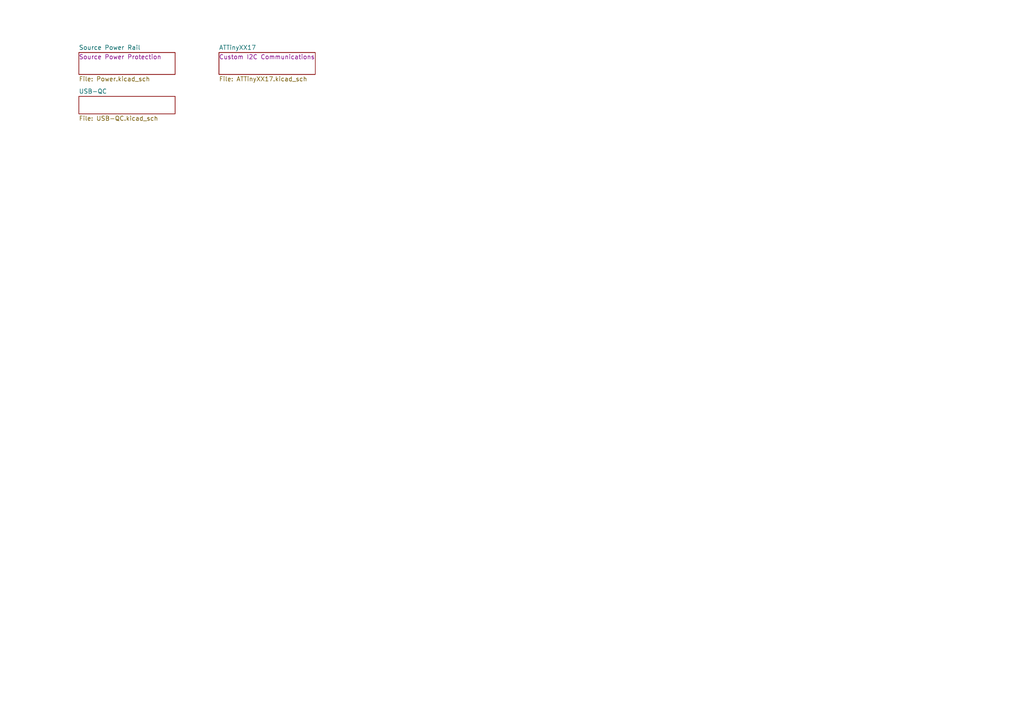
<source format=kicad_sch>
(kicad_sch (version 20211123) (generator eeschema)
  (paper "A4")
  (title_block (title "Benchtop Modular Power Strip") (date "2024-03-25") (rev "0.0.0") (company "S. A. Miller") (comment 1 "Prototype Module") (comment 2 "Blank"))
  (lib_symbols)
  (sheet (at 63.5 15.24) (size 27.94 6.35) (stroke (width 0.1524))
    (property "Sheet name" "ATTinyXX17" (at 63.5 14.5284 0) (effects (justify left bottom)))
    (property "Sheet file" "ATTinyXX17.kicad_sch" (at 63.5 22.1746 0) (effects (justify left top)))
    (property "Field2" "Custom I2C Communications" (at 63.5 16.51 0) (effects (justify left)))
  )
  (sheet (at 22.86 27.94) (size 27.94 5.08) (stroke (width 0.1524))
    (property "Sheet name" "USB-QC" (at 22.86 27.2284 0) (effects (justify left bottom)))
    (property "Sheet file" "USB-QC.kicad_sch" (at 22.86 33.6046 0) (effects (justify left top)))
  )
  (sheet (at 22.86 15.24) (size 27.94 6.35) (stroke (width 0.1524))
    (property "Sheet name" "Source Power Rail" (at 22.86 14.5284 0) (effects (justify left bottom)))
    (property "Sheet file" "Power.kicad_sch" (at 22.86 22.1746 0) (effects (justify left top)))
    (property "Field2" "Source Power Protection" (at 22.86 16.51 0) (effects (justify left)))
  )
)
</source>
